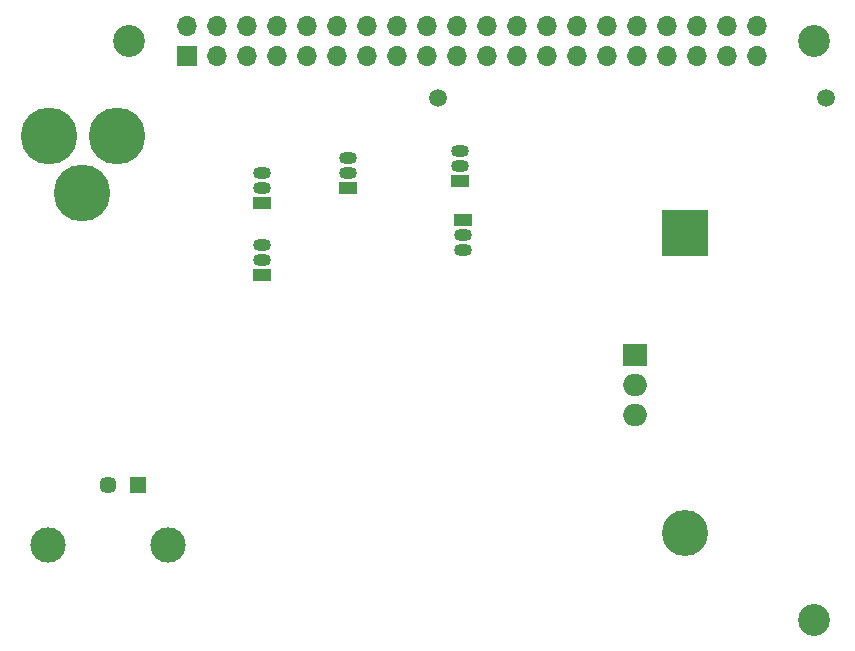
<source format=gbs>
%TF.GenerationSoftware,KiCad,Pcbnew,8.0.3-8.0.3-0~ubuntu23.10.1*%
%TF.CreationDate,2025-08-07T13:12:39-04:00*%
%TF.ProjectId,28mhz_new,32386d68-7a5f-46e6-9577-2e6b69636164,rev?*%
%TF.SameCoordinates,Original*%
%TF.FileFunction,Soldermask,Bot*%
%TF.FilePolarity,Negative*%
%FSLAX46Y46*%
G04 Gerber Fmt 4.6, Leading zero omitted, Abs format (unit mm)*
G04 Created by KiCad (PCBNEW 8.0.3-8.0.3-0~ubuntu23.10.1) date 2025-08-07 13:12:39*
%MOMM*%
%LPD*%
G01*
G04 APERTURE LIST*
%ADD10C,2.700000*%
%ADD11C,4.800000*%
%ADD12C,3.900000*%
%ADD13R,3.900000X3.900000*%
%ADD14C,3.000000*%
%ADD15C,1.446000*%
%ADD16R,1.446000X1.446000*%
%ADD17O,1.700000X1.700000*%
%ADD18R,1.700000X1.700000*%
%ADD19R,1.500000X1.050000*%
%ADD20O,1.500000X1.050000*%
%ADD21R,2.000000X1.905000*%
%ADD22O,2.000000X1.905000*%
%ADD23C,1.500000*%
G04 APERTURE END LIST*
D10*
%TO.C,MH2*%
X133510000Y-114400000D03*
%TD*%
%TO.C,MH1*%
X133500000Y-65400000D03*
%TD*%
D11*
%TO.C,J2*%
X74500000Y-73500000D03*
X68700000Y-73500000D03*
X71500000Y-78300000D03*
%TD*%
D12*
%TO.C,H1*%
X122540000Y-107110000D03*
D13*
X122540000Y-81710000D03*
%TD*%
D14*
%TO.C,B1*%
X68670000Y-108080000D03*
X78830000Y-108080000D03*
D15*
X73750000Y-103000000D03*
D16*
X76290000Y-103000000D03*
%TD*%
D17*
%TO.C,J1*%
X128630000Y-64130000D03*
X128630000Y-66670000D03*
X126090000Y-64130000D03*
X126090000Y-66670000D03*
X123550000Y-64130000D03*
X123550000Y-66670000D03*
X121010000Y-64130000D03*
X121010000Y-66670000D03*
X118470000Y-64130000D03*
X118470000Y-66670000D03*
X115930000Y-64130000D03*
X115930000Y-66670000D03*
X113390000Y-64130000D03*
X113390000Y-66670000D03*
X110850000Y-64130000D03*
X110850000Y-66670000D03*
X108310000Y-64130000D03*
X108310000Y-66670000D03*
X105770000Y-64130000D03*
X105770000Y-66670000D03*
X103230000Y-64130000D03*
X103230000Y-66670000D03*
X100690000Y-64130000D03*
X100690000Y-66670000D03*
X98150000Y-64130000D03*
X98150000Y-66670000D03*
X95610000Y-64130000D03*
X95610000Y-66670000D03*
X93070000Y-64130000D03*
X93070000Y-66670000D03*
X90530000Y-64130000D03*
X90530000Y-66670000D03*
X87990000Y-64130000D03*
X87990000Y-66670000D03*
X85450000Y-64130000D03*
X85450000Y-66670000D03*
X82910000Y-64130000D03*
X82910000Y-66670000D03*
X80370000Y-64130000D03*
D18*
X80370000Y-66670000D03*
%TD*%
D19*
%TO.C,QN2*%
X86750000Y-79110000D03*
D20*
X86750000Y-77840000D03*
X86750000Y-76570000D03*
%TD*%
D21*
%TO.C,M1*%
X118305000Y-91960000D03*
D22*
X118305000Y-94500000D03*
X118305000Y-97040000D03*
%TD*%
D23*
%TO.C,L1*%
X134500000Y-70250000D03*
X101700000Y-70250000D03*
%TD*%
D20*
%TO.C,QN1*%
X86750000Y-82730000D03*
X86750000Y-84000000D03*
D19*
X86750000Y-85270000D03*
%TD*%
%TO.C,QN4*%
X103500000Y-77270000D03*
D20*
X103500000Y-76000000D03*
X103500000Y-74730000D03*
%TD*%
D19*
%TO.C,QN3*%
X94000000Y-77840000D03*
D20*
X94000000Y-76570000D03*
X94000000Y-75300000D03*
%TD*%
%TO.C,QP1*%
X103750000Y-83110000D03*
X103750000Y-81840000D03*
D19*
X103750000Y-80570000D03*
%TD*%
D10*
%TO.C,MH4*%
X75500000Y-65400000D03*
%TD*%
M02*

</source>
